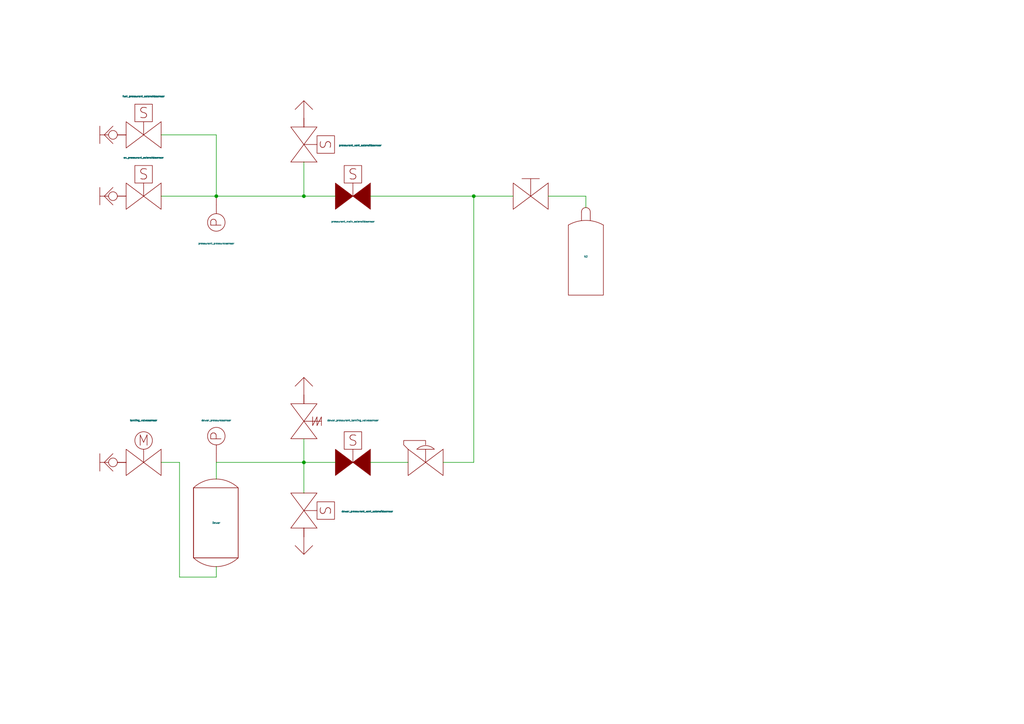
<source format=kicad_sch>
(kicad_sch (version 20231120) (generator "eeschema") (generator_version "8.0")
  (paper "A4")
  (lib_symbols
    (symbol "PnID-Lib:GasBottle" (pin_numbers hide) (pin_names (offset 1.016))
      (property "Reference" "GasBottle" (at 0 -1.016 0))
      (symbol "GasBottle_0_0"
        (polyline (pts (xy -1.27 8.89) (xy -1.27 11.43)))
        (polyline (pts (xy 1.27 8.89) (xy 1.27 11.43)))
        (polyline (pts (xy -5.08 7.62) (xy -5.08 -12.7) (xy 5.08 -12.7) (xy 5.08 7.62)))
        (arc (start 1.27 11.43) (mid 0 12.6944) (end -1.27 11.43))
        (arc (start 5.08 7.62) (mid 0 8.9691) (end -5.08 7.62))
      )
      (symbol "GasBottle_1_1"
        (pin output line (at 0 12.7 270) (length 0) (name "~") (number "~"))
      )
    )
    (symbol "PnID-Lib:PressureRegulator" (pin_numbers hide) (pin_names (offset 1.016))
      (property "Reference" "PressureRegulator" (at 0 -5.08 0))
      (property "Value" "PressureRegulator" (at 0 -6.35 0))
      (symbol "PressureRegulator_0_0"
        (polyline (pts (xy -2.54 3.81) (xy 2.54 3.81)))
        (polyline (pts (xy 0 0) (xy 0 3.81)))
        (polyline (pts (xy -5.08 3.81) (xy -6.35 5.08) (xy -6.35 6.35) (xy 0 6.35) (xy 0 5.08)))
        (arc (start 2.54 3.81) (mid 0 4.8621) (end -2.54 3.81))
      )
      (symbol "PressureRegulator_1_1"
        (polyline (pts (xy 0 0) (xy -5.08 3.81) (xy -5.08 -3.81) (xy 0 0)))
        (polyline (pts (xy 5.08 3.81) (xy 0 0) (xy 5.08 -3.81) (xy 5.08 3.81)))
        (pin bidirectional line (at -5.08 0 0) (length 0) (name "~") (number "~"))
        (pin bidirectional line (at 5.08 0 180) (length 0) (name "~") (number "~"))
      )
    )
    (symbol "PnID-Lib:QuickConnect_Half" (pin_numbers hide) (pin_names (offset 1.016))
      (property "Reference" "QuickConnect" (at 0 -5.08 0))
      (property "Value" "QuickConnect_Half" (at 0 -7.62 0))
      (symbol "QuickConnect_Half_0_0"
        (circle (center -3.81 0) (radius 1.27))
        (polyline (pts (xy -1.27 0) (xy -3.81 -2.54)))
        (polyline (pts (xy -1.27 0) (xy -2.54 0)))
        (polyline (pts (xy 0 2.54) (xy 0 -2.54)))
        (polyline (pts (xy 0 0) (xy -1.27 0) (xy -3.81 2.54)))
      )
      (symbol "QuickConnect_Half_1_1"
        (pin bidirectional line (at -7.62 0 0) (length 2.54) (name "~") (number "~"))
      )
    )
    (symbol "PnID-Lib:Sensor_Pressure" (pin_numbers hide) (pin_names (offset 1.016))
      (property "Reference" "Sensor_Pressure" (at 6.35 0.762 0))
      (property "Value" "Sensor_Pressure" (at 6.35 -0.762 0))
      (property "Data_Content" " " (at 0 0 0))
      (symbol "Sensor_Pressure_0_0"
        (polyline (pts (xy -5.08 0) (xy -2.54 0)))
        (circle (center 0 0) (radius 2.54))
        (text "P" (at 0 0 0) (effects (font (size 2.9972 2.9972))))
      )
      (symbol "Sensor_Pressure_1_1"
        (pin bidirectional line (at -7.62 0 0) (length 2.54) (name "~") (number "~"))
      )
    )
    (symbol "PnID-Lib:Tank_Slim" (pin_numbers hide) (pin_names (offset 1.016))
      (property "Reference" "Tank_Slim" (at 0 1.27 0))
      (property "Value" "Tank_Slim" (at 0 -1.27 0))
      (symbol "Tank_Slim_0_0"
        (polyline (pts (xy 6.35 10.16) (xy 6.35 -10.16)))
      )
      (symbol "Tank_Slim_0_1"
        (rectangle (start -6.604 -10.16) (end 6.35 10.16))
        (polyline (pts (xy -6.604 10.16) (xy -6.604 -10.16)))
        (polyline (pts (xy -6.35 -10.16) (xy 6.35 -10.16)))
        (polyline (pts (xy -6.35 10.16) (xy 6.35 10.16)))
        (arc (start 6.35 10.16) (mid -0.127 12.7008) (end -6.604 10.16))
      )
      (symbol "Tank_Slim_1_1"
        (arc (start -6.604 -10.16) (mid -0.127 -12.7008) (end 6.35 -10.16))
        (pin bidirectional line (at 0 -12.7 90) (length 0) (name "~") (number "~"))
        (pin bidirectional line (at 0 12.7 270) (length 0) (name "~") (number "~"))
      )
    )
    (symbol "PnID-Lib:Valve_Manual" (pin_numbers hide) (pin_names (offset 1.016))
      (property "Reference" "Valve_Manual" (at 0 -5.08 0))
      (symbol "Valve_Manual_0_0"
        (polyline (pts (xy -2.54 5.08) (xy 2.54 5.08)))
        (polyline (pts (xy 0 0) (xy 0 5.08)))
      )
      (symbol "Valve_Manual_1_1"
        (polyline (pts (xy 0 0) (xy -5.08 3.81) (xy -5.08 -3.81) (xy 0 0)))
        (polyline (pts (xy 5.08 3.81) (xy 0 0) (xy 5.08 -3.81) (xy 5.08 3.81)))
        (pin bidirectional line (at -5.08 0 0) (length 0) (name "~") (number "~"))
        (pin bidirectional line (at 5.08 0 180) (length 0) (name "~") (number "~"))
      )
    )
    (symbol "PnID-Lib:Valve_OverPressure" (pin_numbers hide) (pin_names (offset 1.016))
      (property "Reference" "Valve_OverPressure" (at 0 -4.572 0))
      (symbol "Valve_OverPressure_0_0"
        (polyline (pts (xy 0 0) (xy 0 5.08)))
        (polyline (pts (xy -1.27 2.54) (xy 1.27 2.54) (xy -1.27 3.81) (xy 1.27 3.81) (xy -1.27 5.08) (xy 1.27 5.08)))
      )
      (symbol "Valve_OverPressure_1_1"
        (polyline (pts (xy 0 0) (xy -5.08 3.81) (xy -5.08 -3.81) (xy 0 0)))
        (polyline (pts (xy 5.08 3.81) (xy 0 0) (xy 5.08 -3.81) (xy 5.08 3.81)))
        (pin bidirectional line (at -5.08 0 0) (length 0) (name "~") (number "~"))
        (pin bidirectional line (at 5.08 0 180) (length 0) (name "~") (number "~"))
      )
    )
    (symbol "PnID-Lib:Valve_Servo" (pin_numbers hide) (pin_names (offset 1.016))
      (property "Reference" "Valve_Servo" (at 0 -4.064 0))
      (property "Value" "Valve_Servo" (at 0 -5.334 0))
      (symbol "Valve_Servo_0_0"
        (polyline (pts (xy 0 0) (xy 0 3.81)))
        (circle (center 0 6.35) (radius 2.54))
        (text "M" (at 0 6.35 0) (effects (font (size 2.9972 2.9972))))
      )
      (symbol "Valve_Servo_0_1"
        (polyline (pts (xy 0 0) (xy -5.08 3.81) (xy -5.08 -3.81) (xy 0 0)))
      )
      (symbol "Valve_Servo_1_1"
        (polyline (pts (xy 5.08 3.81) (xy 0 0) (xy 5.08 -3.81) (xy 5.08 3.81)))
        (pin bidirectional line (at -5.08 0 0) (length 0) (name "~") (number "~"))
        (pin bidirectional line (at 5.08 0 180) (length 0) (name "~") (number "~"))
      )
    )
    (symbol "PnID-Lib:Valve_Solenoid_NC" (pin_numbers hide) (pin_names (offset 1.016))
      (property "Reference" "Valve_Solenoid" (at 0.254 -4.318 0))
      (property "Value" "Valve_Solenoid_NC" (at 0.254 -5.588 0))
      (symbol "Valve_Solenoid_NC_0_0"
        (rectangle (start -2.54 3.81) (end 2.54 8.89))
        (text "S" (at 0 6.35 0) (effects (font (size 2.9972 2.9972))))
      )
      (symbol "Valve_Solenoid_NC_0_1"
        (polyline (pts (xy 0 3.81) (xy 0 0)))
      )
      (symbol "Valve_Solenoid_NC_1_1"
        (polyline (pts (xy 0 0) (xy -5.08 3.81) (xy -5.08 -3.81) (xy 0 0)) (fill (type outline)))
        (polyline (pts (xy 5.08 3.81) (xy 0 0) (xy 5.08 -3.81) (xy 5.08 3.81)) (fill (type outline)))
        (pin bidirectional line (at -5.08 0 0) (length 0) (name "~") (number "~"))
        (pin bidirectional line (at 5.08 0 180) (length 0) (name "~") (number "~"))
      )
    )
    (symbol "PnID-Lib:Valve_Solenoid_NO" (pin_numbers hide) (pin_names (offset 1.016))
      (property "Reference" "Valve_Solenoid" (at 0.254 -4.318 0))
      (property "Value" "Valve_Solenoid_NO" (at 0.254 -5.588 0))
      (symbol "Valve_Solenoid_NO_0_0"
        (rectangle (start -2.54 3.81) (end 2.54 8.89))
        (text "S" (at 0 6.35 0) (effects (font (size 2.9972 2.9972))))
      )
      (symbol "Valve_Solenoid_NO_0_1"
        (polyline (pts (xy 0 3.81) (xy 0 0)))
      )
      (symbol "Valve_Solenoid_NO_1_1"
        (polyline (pts (xy 0 0) (xy -5.08 3.81) (xy -5.08 -3.81) (xy 0 0)))
        (polyline (pts (xy 5.08 3.81) (xy 0 0) (xy 5.08 -3.81) (xy 5.08 3.81)))
        (pin bidirectional line (at -5.08 0 0) (length 0) (name "~") (number "~"))
        (pin bidirectional line (at 5.08 0 180) (length 0) (name "~") (number "~"))
      )
    )
    (symbol "PnID-Lib:Vent" (pin_numbers hide) (pin_names (offset 1.016))
      (property "Reference" "Vent" (at 2.54 1.27 0))
      (symbol "Vent_0_0"
        (polyline (pts (xy 0 0) (xy -5.08 0)))
        (polyline (pts (xy -2.54 2.54) (xy 0 0) (xy -2.54 -2.54)))
      )
      (symbol "Vent_1_1"
        (pin bidirectional line (at -7.62 0 0) (length 2.54) (name "~") (number "~"))
      )
    )
  )
  (junction (at 88.138 56.896))
  (junction (at 137.414 56.896))
  (junction (at 88.138 134.112))
  (junction (at 62.738 56.896))
  (wire (pts (xy 62.738 39.116) (xy 62.738 56.896)))
  (wire (pts (xy 88.138 134.112) (xy 88.138 143.002)))
  (wire (pts (xy 46.736 56.896) (xy 62.738 56.896)))
  (wire (pts (xy 62.738 56.896) (xy 88.138 56.896)))
  (wire (pts (xy 62.738 167.386) (xy 62.738 164.338)))
  (wire (pts (xy 52.07 167.386) (xy 62.738 167.386)))
  (wire (pts (xy 88.138 56.896) (xy 97.282 56.896)))
  (wire (pts (xy 169.926 56.896) (xy 169.926 60.198)))
  (wire (pts (xy 88.138 134.112) (xy 62.738 134.112)))
  (wire (pts (xy 88.138 134.112) (xy 88.138 127.254)))
  (wire (pts (xy 169.926 56.896) (xy 159.004 56.896)))
  (wire (pts (xy 148.844 56.896) (xy 137.414 56.896)))
  (wire (pts (xy 46.736 134.112) (xy 52.07 134.112)))
  (wire (pts (xy 88.138 134.112) (xy 97.282 134.112)))
  (wire (pts (xy 46.736 39.116) (xy 62.738 39.116)))
  (wire (pts (xy 52.07 134.112) (xy 52.07 167.386)))
  (wire (pts (xy 88.138 56.896) (xy 88.138 46.99)))
  (wire (pts (xy 137.414 56.896) (xy 137.414 134.112)))
  (wire (pts (xy 62.738 134.112) (xy 62.738 138.938)))
  (wire (pts (xy 137.414 56.896) (xy 107.442 56.896)))
  (wire (pts (xy 118.364 134.112) (xy 107.442 134.112)))
  (wire (pts (xy 137.414 134.112) (xy 128.524 134.112)))
  (symbol (lib_id "PnID-Lib:GasBottle") (at 169.926 72.898 0) (unit 1)
    (property "Reference" "N2" (at 169.926 74.422 0) (effects (font (size 0.508 0.508))))
    (property "Value" "N2" (effects (hide yes)))
  )
  (symbol (lib_id "PnID-Lib:Valve_Manual") (at 153.924 56.896 0) (unit 1)
    (property "Reference" "ManualN2BottleValve" (effects (hide yes)))
    (property "Value" "ManualN2BottleValve" (effects (hide yes)))
    (property "Action_Reference" " " (effects (hide yes)))
  )
  (symbol (lib_id "PnID-Lib:PressureRegulator") (at 123.444 134.112 0) (unit 1)
    (property "Reference" "DewarPressureRegulator" (effects (hide yes)))
    (property "Value" "DewarPressureRegulator" (effects (hide yes)))
  )
  (symbol (lib_name "PnID-Lib:Valve_Solenoid_NC") (lib_id "PnID-Lib:Valve_Solenoid_NC") (at 102.362 134.112 0) (unit 1)
    (property "Reference" "dewar_pressurant_tanking_valve" (effects (hide yes)))
    (property "Value" "dewar_pressurant_tanking_valve:sensor" (at 102.362 121.92 0) (effects (font (size 0.508 0.508))))
    (property "Unit" "%" (effects (hide yes)))
    (property "Action_Reference" " " (effects (hide yes)))
  )
  (symbol (lib_name "PnID-Lib:Valve_Solenoid_NO") (lib_id "PnID-Lib:Valve_Solenoid_NO") (at 88.138 148.082 270) (unit 1)
    (property "Reference" "dewar_pressurant_vent_solenoid" (effects (hide yes)))
    (property "Value" "dewar_pressurant_vent_solenoid:sensor" (at 99.06 148.336 90) (effects (font (size 0.508 0.508)) (justify left)))
    (property "Unit" "%" (effects (hide yes)))
    (property "Action_Reference" " " (effects (hide yes)))
  )
  (symbol (lib_id "PnID-Lib:Valve_OverPressure") (at 88.138 122.174 270) (unit 1)
    (property "Reference" "DewarOverPressureValve" (effects (hide yes)))
    (property "Value" "DewarOverPressureValve" (effects (hide yes)))
    (property "Action_Reference" " " (effects (hide yes)))
  )
  (symbol (lib_id "PnID-Lib:Sensor_Pressure") (at 62.738 126.492 90) (unit 1)
    (property "Reference" "dewar_pressure" (effects (hide yes)))
    (property "Value" "dewar_pressure:sensor" (at 62.738 121.92 90) (effects (font (size 0.508 0.508))))
    (property "Unit" "bar" (effects (hide yes)))
    (property "Action_Reference" " " (effects (hide yes)))
    (property "Data_Content" " " (at 62.738 126.492 0))
  )
  (symbol (lib_id "PnID-Lib:Tank_Slim") (at 62.738 151.638 0) (unit 1)
    (property "Reference" "Dewar" (at 62.738 151.638 0) (effects (font (size 0.508 0.508))))
    (property "Value" "dewar_fill_level:sensor" (effects (hide yes)))
    (property "Unit" "%" (effects (hide yes)))
    (property "Action_Reference" " " (effects (hide yes)))
    (property "Data_Content" " " (effects (hide yes)))
  )
  (symbol (lib_id "PnID-Lib:Valve_Servo") (at 41.656 134.112 0) (unit 1)
    (property "Reference" "tanking_valve" (effects (hide yes)))
    (property "Value" "tanking_valve:sensor" (at 41.656 121.92 0) (effects (font (size 0.508 0.508))))
    (property "Unit" "%" (effects (hide yes)))
    (property "Action_Reference" " " (effects (hide yes)))
  )
  (symbol (lib_id "PnID-Lib:QuickConnect_Half") (at 28.956 134.112 180) (unit 1)
    (property "Reference" "DewarQuickConnect" (effects (hide yes)))
    (property "Value" "DewarQuickConnect" (effects (hide yes)))
  )
  (symbol (lib_name "PnID-Lib:Valve_Solenoid_NC") (lib_id "PnID-Lib:Valve_Solenoid_NC") (at 102.362 56.896 0) (unit 1)
    (property "Reference" "pressurant_main_solenoid" (effects (hide yes)))
    (property "Value" "pressurant_main_solenoid:sensor" (at 102.362 64.262 0) (effects (font (size 0.508 0.508))))
    (property "Unit" "%" (effects (hide yes)))
    (property "Action_Reference" " " (effects (hide yes)))
  )
  (symbol (lib_name "PnID-Lib:Valve_Solenoid_NO") (lib_id "PnID-Lib:Valve_Solenoid_NO") (at 88.138 41.91 270) (unit 1)
    (property "Reference" "pressurant_vent_solenoid" (effects (hide yes)))
    (property "Value" "pressurant_vent_solenoid:sensor" (at 98.298 42.164 90) (effects (font (size 0.508 0.508)) (justify left)))
    (property "Unit" "%" (effects (hide yes)))
    (property "Action_Reference" " " (effects (hide yes)))
  )
  (symbol (lib_id "PnID-Lib:Sensor_Pressure") (at 62.738 64.516 270) (unit 1)
    (property "Reference" "pressurant_pressure" (effects (hide yes)))
    (property "Value" "pressurant_pressure:sensor" (at 62.738 70.612 90) (effects (font (size 0.508 0.508))))
    (property "Unit" "bar" (effects (hide yes)))
    (property "Action_Reference" " " (effects (hide yes)))
    (property "Data_Content" " " (at 62.738 64.516 0))
  )
  (symbol (lib_id "PnID-Lib:Valve_Solenoid_NO") (at 41.656 39.116 0) (unit 1)
    (property "Reference" "fuel_pressurant_solenoid" (effects (hide yes)))
    (property "Value" "fuel_pressurant_solenoid:sensor" (at 41.656 27.94 0) (effects (font (size 0.508 0.508))))
    (property "Unit" "%" (effects (hide yes)))
    (property "Action_Reference" " " (effects (hide yes)))
  )
  (symbol (lib_id "PnID-Lib:Valve_Solenoid_NO") (at 41.656 56.896 0) (unit 1)
    (property "Reference" "ox_pressurant_solenoid" (effects (hide yes)))
    (property "Value" "ox_pressurant_solenoid:sensor" (at 41.656 45.72 0) (effects (font (size 0.508 0.508))))
    (property "Unit" "%" (effects (hide yes)))
    (property "Action_Reference" " " (effects (hide yes)))
  )
  (symbol (lib_id "PnID-Lib:QuickConnect_Half") (at 28.956 56.896 180) (unit 1)
    (property "Reference" "ox_quick_connect" (effects (hide yes)))
    (property "Value" "ox_quick_connect" (effects (hide yes)))
  )
  (symbol (lib_id "PnID-Lib:QuickConnect_Half") (at 28.956 39.116 180) (unit 1)
    (property "Reference" "fuel_quick_connect" (effects (hide yes)))
    (property "Value" "fuel_quick_connect" (effects (hide yes)))
  )
  (symbol (lib_id "PnID-Lib:Vent") (at 88.138 29.21 90) (unit 1)
    (property "Reference" "Vent?" (effects (hide yes)))
    (property "Value" "Vent" (effects (hide yes)))
  )
  (symbol (lib_id "PnID-Lib:Vent") (at 88.138 160.782 270) (unit 1)
    (property "Reference" "Vent?" (effects (hide yes)))
    (property "Value" "Vent" (effects (hide yes)))
  )
  (symbol (lib_id "PnID-Lib:Vent") (at 88.138 109.474 90) (unit 1)
    (property "Reference" "Vent?" (effects (hide yes)))
    (property "Value" "Vent" (effects (hide yes)))
  )
)
</source>
